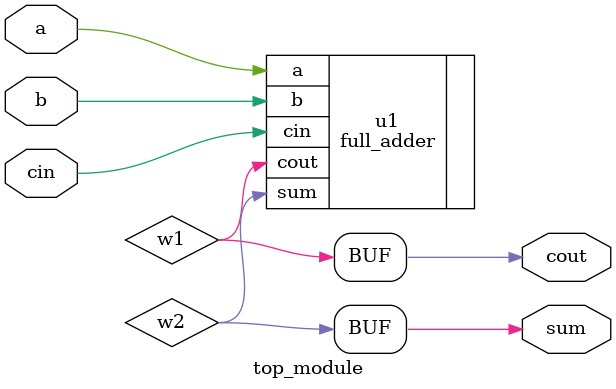
<source format=sv>
module top_module (
  input a,
  input b,
  input cin,
  output cout,
  output sum
);

  // Internal wires
  wire w1;
  wire w2;
  
  // Instantiate the full adder
  full_adder u1 (
    .a(a),
    .b(b),
    .cin(cin),
    .cout(w1),
    .sum(w2)
  );
  
  // Connect the outputs of the full adder to the outputs of the top module
  assign cout = w1;
  assign sum = w2;
  
endmodule

</source>
